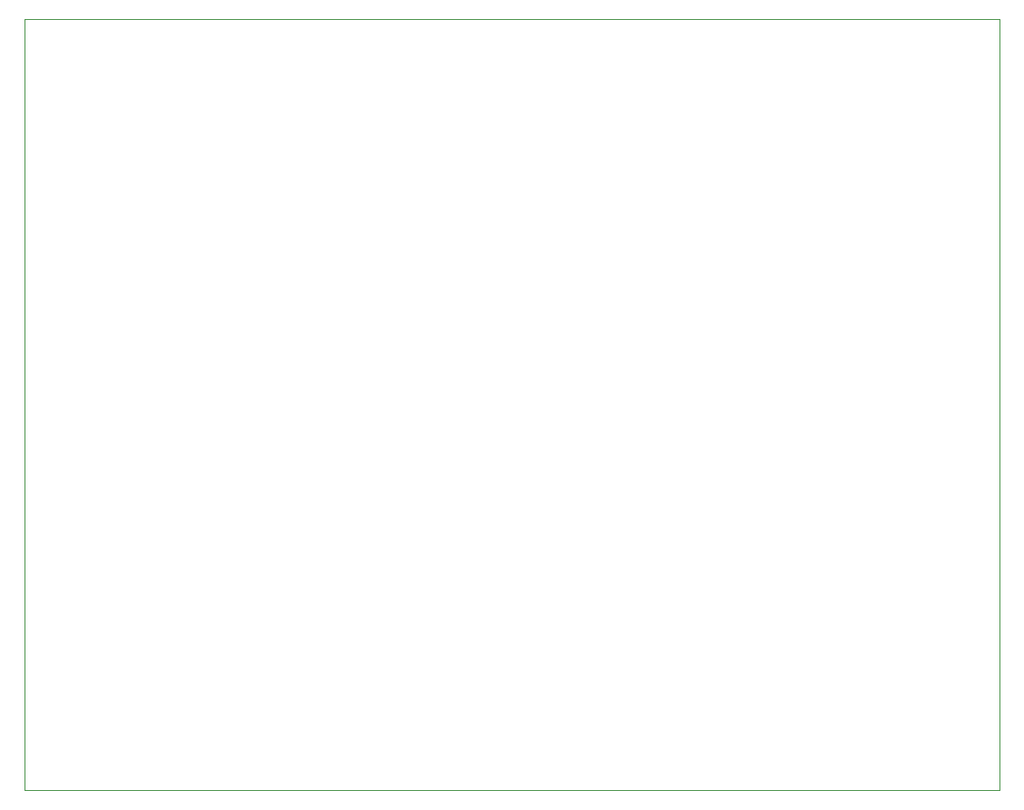
<source format=gbr>
%TF.GenerationSoftware,KiCad,Pcbnew,6.0.4-6f826c9f35~116~ubuntu20.04.1*%
%TF.CreationDate,2022-07-18T09:44:21+00:00*%
%TF.ProjectId,UST2BATTD01A,55535432-4241-4545-9444-3031412e6b69,rev?*%
%TF.SameCoordinates,PX463f660PY87a6900*%
%TF.FileFunction,Profile,NP*%
%FSLAX46Y46*%
G04 Gerber Fmt 4.6, Leading zero omitted, Abs format (unit mm)*
G04 Created by KiCad (PCBNEW 6.0.4-6f826c9f35~116~ubuntu20.04.1) date 2022-07-18 09:44:21*
%MOMM*%
%LPD*%
G01*
G04 APERTURE LIST*
%TA.AperFunction,Profile*%
%ADD10C,0.050000*%
%TD*%
G04 APERTURE END LIST*
D10*
X254000Y0D02*
X91186000Y0D01*
X91186000Y0D02*
X91186000Y72000000D01*
X91186000Y72000000D02*
X254000Y72000000D01*
X254000Y72000000D02*
X254000Y0D01*
M02*

</source>
